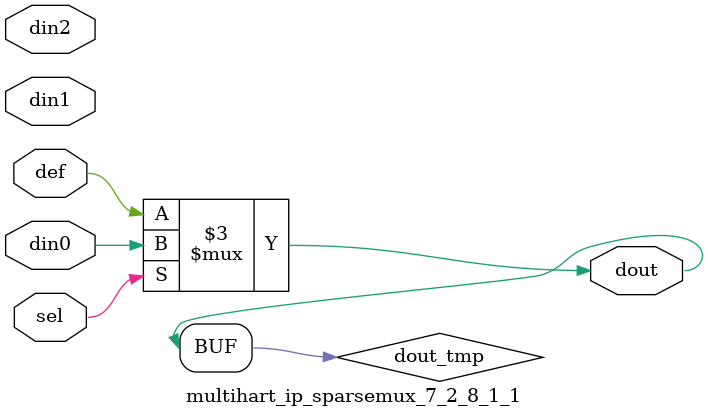
<source format=v>
`timescale 1ns / 1ps

module multihart_ip_sparsemux_7_2_8_1_1 (din0,din1,din2,def,sel,dout);

parameter din0_WIDTH = 1;

parameter din1_WIDTH = 1;

parameter din2_WIDTH = 1;

parameter def_WIDTH = 1;
parameter sel_WIDTH = 1;
parameter dout_WIDTH = 1;

parameter [sel_WIDTH-1:0] CASE0 = 1;

parameter [sel_WIDTH-1:0] CASE1 = 1;

parameter [sel_WIDTH-1:0] CASE2 = 1;

parameter ID = 1;
parameter NUM_STAGE = 1;



input [din0_WIDTH-1:0] din0;

input [din1_WIDTH-1:0] din1;

input [din2_WIDTH-1:0] din2;

input [def_WIDTH-1:0] def;
input [sel_WIDTH-1:0] sel;

output [dout_WIDTH-1:0] dout;



reg [dout_WIDTH-1:0] dout_tmp;


always @ (*) begin
(* parallel_case *) case (sel)
    
    CASE0 : dout_tmp = din0;
    
    CASE1 : dout_tmp = din1;
    
    CASE2 : dout_tmp = din2;
    
    default : dout_tmp = def;
endcase
end


assign dout = dout_tmp;



endmodule

</source>
